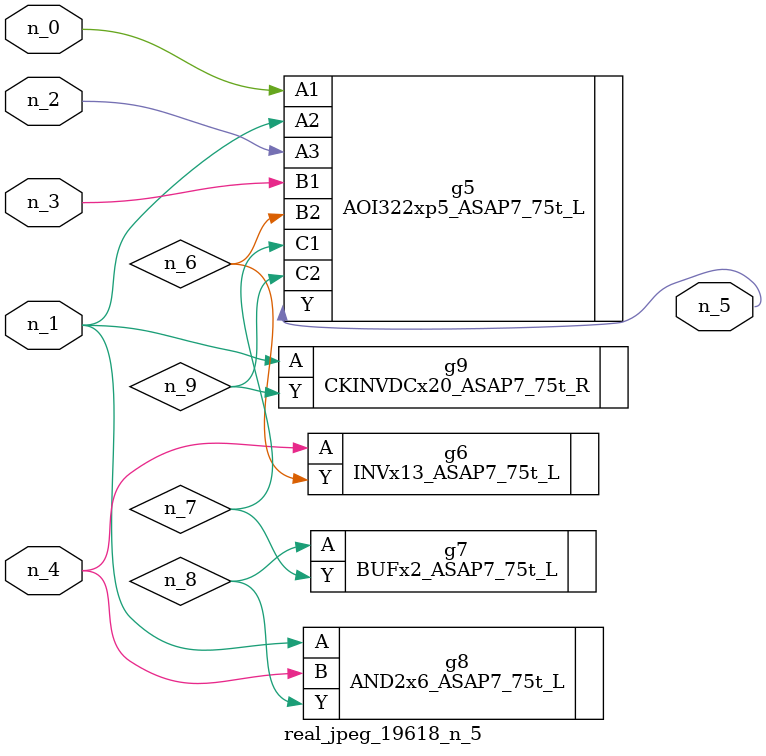
<source format=v>
module real_jpeg_19618_n_5 (n_4, n_0, n_1, n_2, n_3, n_5);

input n_4;
input n_0;
input n_1;
input n_2;
input n_3;

output n_5;

wire n_8;
wire n_6;
wire n_7;
wire n_9;

AOI322xp5_ASAP7_75t_L g5 ( 
.A1(n_0),
.A2(n_1),
.A3(n_2),
.B1(n_3),
.B2(n_6),
.C1(n_7),
.C2(n_9),
.Y(n_5)
);

AND2x6_ASAP7_75t_L g8 ( 
.A(n_1),
.B(n_4),
.Y(n_8)
);

CKINVDCx20_ASAP7_75t_R g9 ( 
.A(n_1),
.Y(n_9)
);

INVx13_ASAP7_75t_L g6 ( 
.A(n_4),
.Y(n_6)
);

BUFx2_ASAP7_75t_L g7 ( 
.A(n_8),
.Y(n_7)
);


endmodule
</source>
